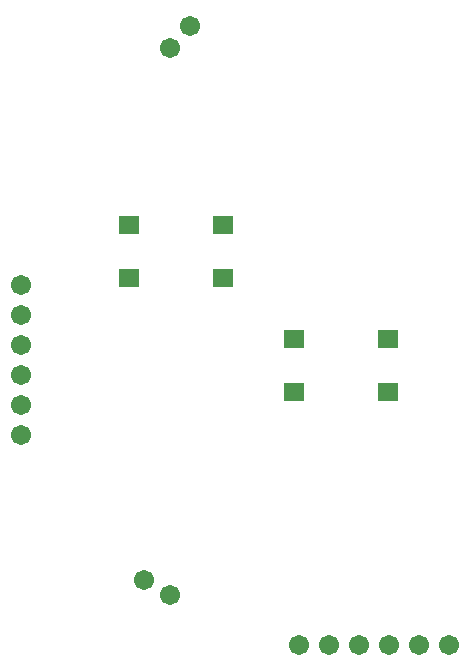
<source format=gbs>
G75*
%MOIN*%
%OFA0B0*%
%FSLAX25Y25*%
%IPPOS*%
%LPD*%
%AMOC8*
5,1,8,0,0,1.08239X$1,22.5*
%
%ADD10C,0.06737*%
%ADD11R,0.06902X0.05918*%
D10*
X0049668Y0030327D03*
X0058319Y0025312D03*
X0101259Y0008744D03*
X0111259Y0008744D03*
X0121259Y0008744D03*
X0131259Y0008744D03*
X0141259Y0008744D03*
X0151259Y0008744D03*
X0008759Y0078744D03*
X0008759Y0088744D03*
X0008759Y0098744D03*
X0008759Y0108744D03*
X0008759Y0118744D03*
X0008759Y0128744D03*
X0058204Y0207625D03*
X0064934Y0215022D03*
D11*
X0075928Y0148602D03*
X0075928Y0130886D03*
X0099589Y0110602D03*
X0099589Y0092886D03*
X0130928Y0092886D03*
X0130928Y0110602D03*
X0044589Y0130886D03*
X0044589Y0148602D03*
M02*

</source>
